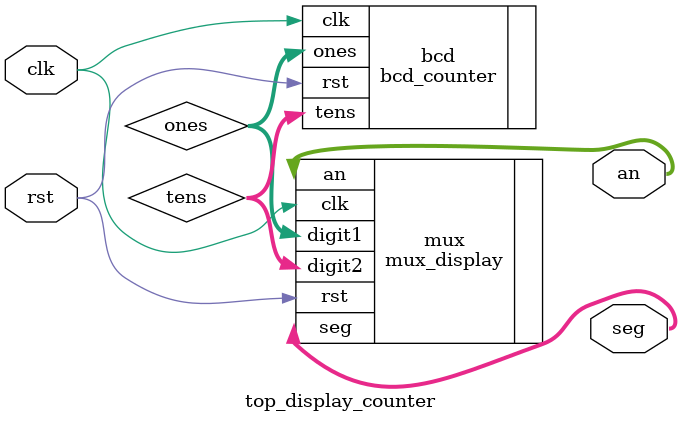
<source format=v>
module top_display_counter (
    input clk,
    input rst,
    output [6:0] seg,
    output [3:0] an
);
    wire [3:0] ones, tens;

    bcd_counter bcd (.clk(clk), .rst(rst), .tens(tens), .ones(ones));
    mux_display mux (.clk(clk), .rst(rst), .digit1(ones), .digit2(tens), .seg(seg), .an(an));
endmodule

</source>
